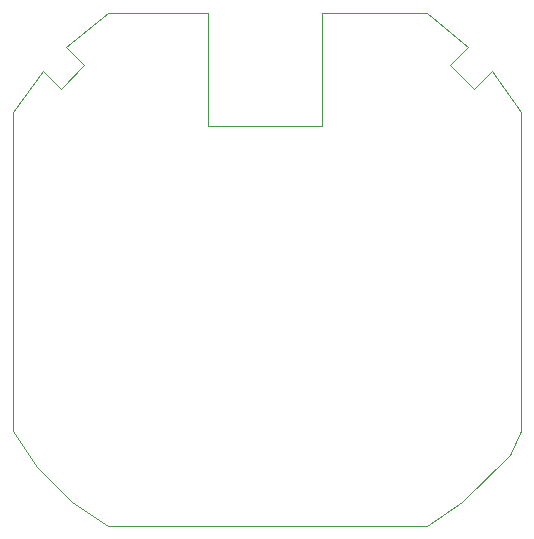
<source format=gm1>
G04 #@! TF.GenerationSoftware,KiCad,Pcbnew,5.1.4-e60b266~84~ubuntu18.04.1*
G04 #@! TF.CreationDate,2019-11-18T18:01:23+02:00*
G04 #@! TF.ProjectId,livolo_1_channel_1way_eu_switch,6c69766f-6c6f-45f3-915f-6368616e6e65,rev?*
G04 #@! TF.SameCoordinates,Original*
G04 #@! TF.FileFunction,Profile,NP*
%FSLAX46Y46*%
G04 Gerber Fmt 4.6, Leading zero omitted, Abs format (unit mm)*
G04 Created by KiCad (PCBNEW 5.1.4-e60b266~84~ubuntu18.04.1) date 2019-11-18 18:01:23*
%MOMM*%
%LPD*%
G04 APERTURE LIST*
%ADD10C,0.100000*%
G04 APERTURE END LIST*
D10*
X147000000Y-70200000D02*
X155900000Y-70200000D01*
X147000000Y-79800000D02*
X147000000Y-70200000D01*
X137400000Y-79800000D02*
X147000000Y-79800000D01*
X137400000Y-70200000D02*
X137400000Y-79800000D01*
X128900000Y-70200000D02*
X137400000Y-70200000D01*
X158900640Y-111602340D02*
X162910000Y-107590000D01*
X157899880Y-74602160D02*
X159898860Y-76601140D01*
X125898420Y-111602340D02*
X128900700Y-113601320D01*
X163899360Y-105600320D02*
X163899360Y-78600120D01*
X126899180Y-74602160D02*
X125400580Y-73101020D01*
X155900000Y-70200000D02*
X159398480Y-73101020D01*
X162910000Y-107590000D02*
X163899360Y-105600320D01*
X120899700Y-105600320D02*
X120899700Y-78600120D01*
X123399060Y-75100000D02*
X124900200Y-76601140D01*
X124900200Y-76601140D02*
X126899180Y-74602160D01*
X125400580Y-73101020D02*
X128900000Y-70200000D01*
X159898860Y-76601140D02*
X161400000Y-75100000D01*
X122940000Y-108610000D02*
X125898420Y-111602340D01*
X155898360Y-113601320D02*
X158900640Y-111602340D01*
X128900700Y-113601320D02*
X155898360Y-113601320D01*
X120899700Y-105600320D02*
X122940000Y-108610000D01*
X159398480Y-73101020D02*
X157899880Y-74602160D01*
X120899700Y-78600120D02*
X123399060Y-75100000D01*
X161400000Y-75100000D02*
X163899360Y-78600120D01*
M02*

</source>
